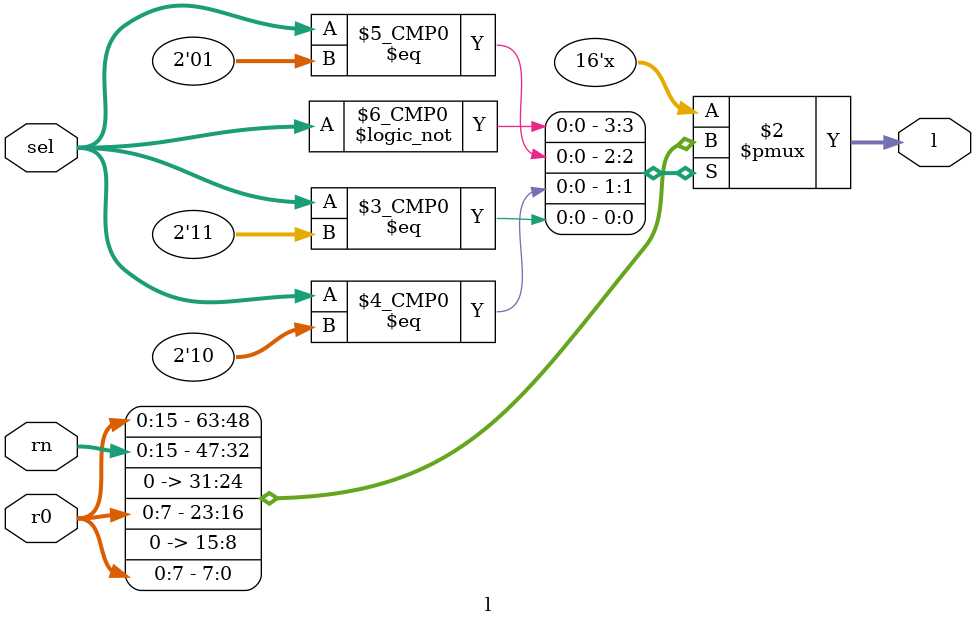
<source format=v>

module l(
	input [0:15] r0,
	input [0:15] rn,
	input [0:1] sel,
	output [0:15] l
);

	always @ (*) begin
		case (sel)
			2'b00: l = r0;
			2'b01: l = rn;
			2'b10: l = {8'd0, r0[0:7]};
			2'b11: l = {8'd0, r0[0:7]};
		endcase
	end

endmodule

// vim: tabstop=2 shiftwidth=2 autoindent noexpandtab

</source>
